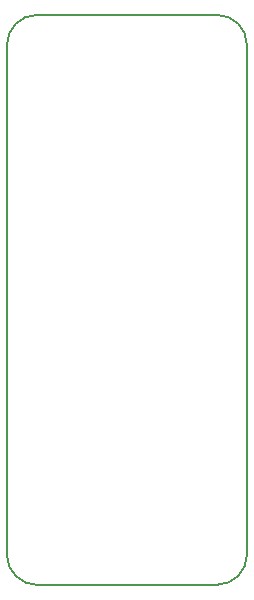
<source format=gbr>
G04 #@! TF.GenerationSoftware,KiCad,Pcbnew,(5.0.2)-1*
G04 #@! TF.CreationDate,2019-04-19T09:33:48-05:00*
G04 #@! TF.ProjectId,LSM9DS1Breakout_Hardware,4c534d39-4453-4314-9272-65616b6f7574,rev?*
G04 #@! TF.SameCoordinates,Original*
G04 #@! TF.FileFunction,Profile,NP*
%FSLAX46Y46*%
G04 Gerber Fmt 4.6, Leading zero omitted, Abs format (unit mm)*
G04 Created by KiCad (PCBNEW (5.0.2)-1) date 4/19/2019 9:33:48 AM*
%MOMM*%
%LPD*%
G01*
G04 APERTURE LIST*
%ADD10C,0.150000*%
G04 APERTURE END LIST*
D10*
X139700000Y-69850000D02*
X139700000Y-26670000D01*
X121920000Y-72390000D02*
X137160000Y-72390000D01*
X119380000Y-26670000D02*
X119380000Y-69850000D01*
X137160000Y-24130000D02*
X121920000Y-24130000D01*
X137160000Y-24130000D02*
G75*
G02X139700000Y-26670000I0J-2540000D01*
G01*
X119380000Y-26670000D02*
G75*
G02X121920000Y-24130000I2540000J0D01*
G01*
X121920000Y-72390000D02*
G75*
G02X119380000Y-69850000I0J2540000D01*
G01*
X139700000Y-69850000D02*
G75*
G02X137160000Y-72390000I-2540000J0D01*
G01*
M02*

</source>
